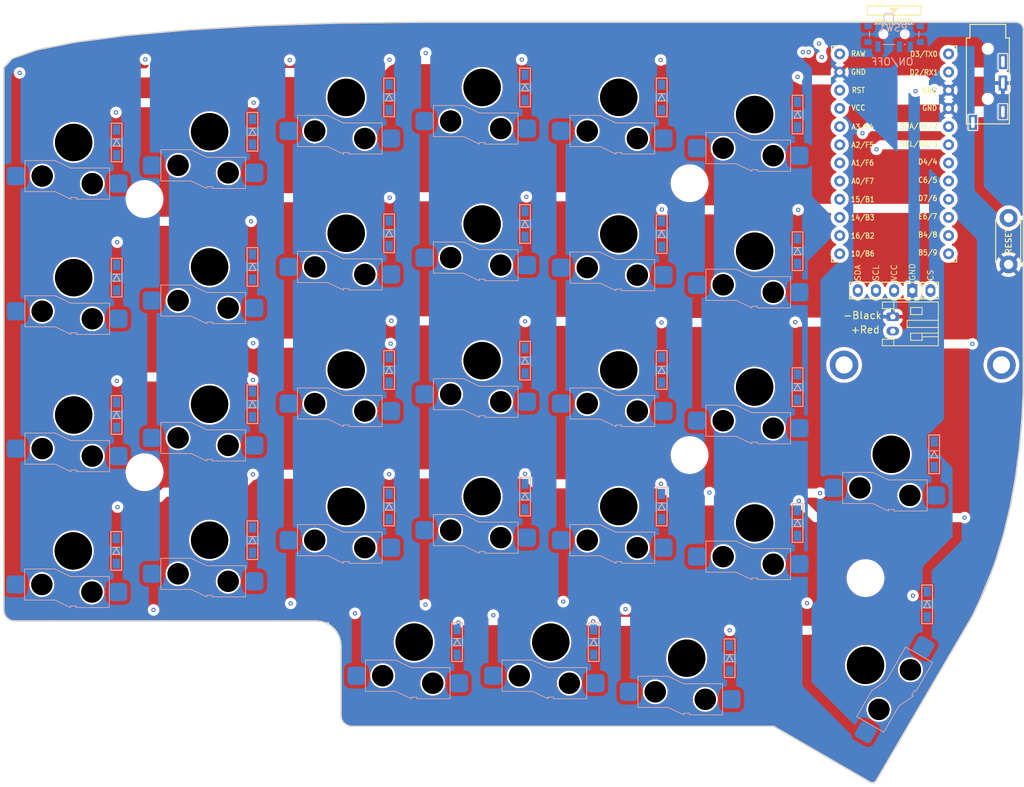
<source format=kicad_pcb>
(kicad_pcb (version 20240108) (generator "pcbnew") (generator_version "8.0")
  (layers (0 "F.Cu" signal) (31 "B.Cu" signal) (34 "B.Paste" user) (35 "F.Paste" user) (36 "B.SilkS" user "B.Silkscreen") (37 "F.SilkS" user "F.Silkscreen") (38 "B.Mask" user) (39 "F.Mask" user) (44 "Edge.Cuts" user))
  (net 0 "")
  (net 1 "Net-(D1-A)")
  (net 2 "row4")
  (net 3 "Net-(D2-A)")
  (net 4 "Net-(D3-A)")
  (net 5 "row0")
  (net 6 "Net-(D4-A)")
  (net 7 "row1")
  (net 8 "Net-(D5-A)")
  (net 9 "row2")
  (net 10 "Net-(D6-A)")
  (net 11 "row3")
  (net 12 "Net-(D7-A)")
  (net 13 "Net-(D8-A)")
  (net 14 "Net-(D9-A)")
  (net 15 "Net-(D10-A)")
  (net 16 "Net-(D11-A)")
  (net 17 "Net-(D12-A)")
  (net 18 "Net-(D13-A)")
  (net 19 "Net-(D14-A)")
  (net 20 "Net-(D15-A)")
  (net 21 "Net-(D16-A)")
  (net 22 "Net-(D17-A)")
  (net 23 "Net-(D18-A)")
  (net 24 "Net-(D19-A)")
  (net 25 "Net-(D20-A)")
  (net 26 "Net-(D21-A)")
  (net 27 "Net-(D22-A)")
  (net 28 "Net-(D23-A)")
  (net 29 "Net-(D24-A)")
  (net 30 "Net-(D25-A)")
  (net 31 "Net-(D26-A)")
  (net 32 "Net-(D27-A)")
  (net 33 "Net-(D28-A)")
  (net 34 "VCC")
  (net 35 "GND")
  (net 36 "col0")
  (net 37 "col1")
  (net 38 "col2")
  (net 39 "col3")
  (net 40 "col4")
  (net 41 "col5")
  (net 42 "SDA")
  (net 43 "SCL")
  (net 44 "RESET")
  (net 45 "Net-(D29-A)")
  (net 46 "DATA")
  (net 49 "+BATT")
  (net 53 "raw")
  (net 54 "CS")
  (footprint "Lily58-footprint:MJ-4PP-9" (layer "F.Cu") (at 164.2381 39.3)
    (property "Reference" "J2" (hide yes))
    (property "Value" "4PIN" (hide yes))
    (pad "" np_thru_hole circle (at 0 1.5) (size 1.2 1.2) (drill 1.2) (layers "*.Cu" "*.Mask" "F.SilkS"))
    (pad "" np_thru_hole circle (at 0 8.5) (size 1.2 1.2) (drill 1.2) (layers "*.Cu" "*.Mask" "F.SilkS"))
    (pad "1" thru_hole rect (at 2.1 10.3) (size 1.2 2.1) (drill oval 0.5 1.6) (layers "*.Cu" "B.Mask") (net 34 "VCC") (clearance 0.15))
    (pad "2" thru_hole rect (at 2.1 6.3) (size 1.2 2.1) (drill oval 0.5 1.6) (layers "*.Cu" "B.Mask") (net 35 "GND") (clearance 0.15))
    (pad "3" thru_hole rect (at 2.1 3.3) (size 1.2 2.1) (drill oval 0.5 1.6) (layers "*.Cu" "B.Mask") (net 46 "DATA") (clearance 0.15))
    (pad "4" thru_hole rect (at -2.1 11.8) (size 1.2 2.1) (drill oval 0.5 1.6) (layers "*.Cu" "B.Mask") (clearance 0.15))
  )
  (footprint "kbd:ProMicro_v3" (layer "F.Cu") (at 151.1381 56)
    (property "Reference" "U1" (hide yes))
    (property "Value" "ProMicro" (hide yes))
    (fp_text user "C6/5" (at 4.705 3.15 0) (layer "F.SilkS") (effects (font (size 0.75 0.67) (thickness 0.125))))
    (fp_text user "D2/RX1" (at 4.155 -11.9 0) (layer "F.SilkS") (effects (font (size 0.75 0.67) (thickness 0.125))))
    (fp_text user "B4/8" (at 4.705 10.8 0) (layer "F.SilkS") (effects (font (size 0.75 0.67) (thickness 0.125))))
    (fp_text user "A2/F5" (at -4.395 -1.75 0) (layer "F.SilkS") (effects (font (size 0.75 0.67) (thickness 0.125))))
    (fp_text user "VCC" (at -4.995 -6.95 0) (layer "F.SilkS") (effects (font (size 0.75 0.67) (thickness 0.125))))
    (fp_text user "E6/7" (at 4.705 8.25 0) (layer "F.SilkS") (effects (font (size 0.75 0.67) (thickness 0.125))))
    (fp_text user "D4/4" (at 4.705 0.6 0) (layer "F.SilkS") (effects (font (size 0.75 0.67) (thickness 0.125))))
    (fp_text user "GND" (at -4.995 -11.95 0) (layer "F.SilkS") (effects (font (size 0.75 0.67) (thickness 0.125))))
    (fp_text user "16/B2" (at -4.395 10.95 0) (layer "F.SilkS") (effects (font (size 0.75 0.67) (thickness 0.125))))
    (fp_text user "RST" (at -4.995 -9.4 0) (layer "F.SilkS") (effects (font (size 0.75 0.67) (thickness 0.125))))
    (fp_text user "GND" (at 4.955 -9.35 0) (layer "F.SilkS") (effects (font (size 0.75 0.67) (thickness 0.125))))
    (fp_text user "MicroUSB" (at -0.05 -18.95 0) (layer "F.SilkS") (effects (font (size 0.75 0.75) (thickness 0.12))))
    (fp_text user "D3/TX0" (at 4.155 -14.45 0) (layer "F.SilkS") (effects (font (size 0.75 0.67) (thickness 0.125))))
    (fp_text user "RAW" (at -4.995 -14.5 0) (layer "F.SilkS") (effects (font (size 0.75 0.67) (thickness 0.125))))
    (fp_text user "D7/6" (at 4.705 5.7 0) (layer "F.SilkS") (effects (font (size 0.75 0.67) (thickness 0.125))))
    (fp_text user "A1/F6" (at -4.395 0.75 0) (layer "F.SilkS") (effects (font (size 0.75 0.67) (thickness 0.125))))
    (fp_text user "SDA/D1/2" (at 3.455 -4.4 0) (layer "F.SilkS") (effects (font (size 0.75 0.67) (thickness 0.125))))
    (fp_text user "B5/9" (at 4.705 13.3 0) (layer "F.SilkS") (effects (font (size 0.75 0.67) (thickness 0.125))))
    (fp_text user "14/B3" (at -4.395 8.4 0) (layer "F.SilkS") (effects (font (size 0.75 0.67) (thickness 0.125))))
    (fp_text user "15/B1" (at -4.395 5.85 0) (layer "F.SilkS") (effects (font (size 0.75 0.67) (thickness 0.125))))
    (fp_text user "A3/F4" (at -4.395 -4.25 0) (layer "F.SilkS") (effects (font (size 0.75 0.67) (thickness 0.125))))
    (fp_text user "A0/F7" (at -4.395 3.3 0) (layer "F.SilkS") (effects (font (size 0.75 0.67) (thickness 0.125))))
    (fp_text user "GND" (at 4.955 -6.9 0) (layer "F.SilkS") (effects (font (size 0.75 0.67) (thickness 0.125))))
    (fp_text user "MicroUSB" (at -0.05 -18.95 0) (layer "F.SilkS") (effects (font (size 0.75 0.75) (thickness 0.12))))
    (fp_text user "10/B6" (at -4.395 13.45 0) (layer "F.SilkS") (effects (font (size 0.75 0.67) (thickness 0.125))))
    (fp_text user "SCL/D0/3" (at 3.455 -1.9 0) (layer "F.SilkS") (effects (font (size 0.75 0.67) (thickness 0.125))))
    (pad "1" thru_hole circle (at 7.6114 -14.478) (size 1.524 1.524) (drill 0.8128) (layers "*.Cu" "B.Mask") (net 54 "CS"))
    (pad "2" thru_hole circle (at 7.6114 -11.938) (size 1.524 1.524) (drill 0.8128) (layers "*.Cu" "B.Mask") (net 46 "DATA"))
    (pad "3" thru_hole circle (at 7.6114 -9.398) (size 1.524 1.524) (drill 0.8128) (layers "*.Cu" "B.Mask") (net 35 "GND"))
    (pad "4" thru_hole circle (at 7.6114 -6.858) (size 1.524 1.524) (drill 0.8128) (layers "*.Cu" "B.Mask") (net 35 "GND"))
    (pad "5" thru_hole circle (at 7.6114 -4.318) (size 1.524 1.524) (drill 0.8128) (layers "*.Cu" "B.Mask") (net 42 "SDA"))
    (pad "6" thru_hole circle (at 7.6114 -1.778) (size 1.524 1.524) (drill 0.8128) (layers "*.Cu" "B.Mask") (net 43 "SCL"))
    (pad "7" thru_hole circle (at 7.6114 0.762) (size 1.524 1.524) (drill 0.8128) (layers "*.Cu" "B.Mask"))
    (pad "8" thru_hole circle (at 7.6114 3.302) (size 1.524 1.524) (drill 0.8128) (layers "*.Cu" "B.Mask") (net 5 "row0"))
    (pad "9" thru_hole circle (at 7.6114 5.842) (size 1.524 1.524) (drill 0.8128) (layers "*.Cu" "B.Mask") (net 7 "row1"))
    (pad "10" thru_hole circle (at 7.6114 8.382) (size 1.524 1.524) (drill 0.8128) (layers "*.Cu" "B.Mask") (net 9 "row2"))
    (pad "11" thru_hole circle (at 7.6114 10.922) (size 1.524 1.524) (drill 0.8128) (layers "*.Cu" "B.Mask") (net 11 "row3"))
    (pad "12" thru_hole circle (at 7.6114 13.462) (size 1.524 1.524) (drill 0.8128) (layers "*.Cu" "B.Mask") (net 2 "row4"))
    (pad "13" thru_hole circle (at -7.6086 13.462) (size 1.524 1.524) (drill 0.8128) (layers "*.Cu" "B.Mask") (net 41 "col5"))
    (pad "14" thru_hole circle (at -7.6086 10.922) (size 1.524 1.524) (drill 0.8128) (layers "*.Cu" "B.Mask") (net 40 "col4"))
    (pad "15" thru_hole circle (at -7.6086 8.382) (size 1.524 1.524) (drill 0.8128) (layers "*.Cu" "B.Mask") (net 39 "col3"))
    (pad "16" thru_hole circle (at -7.6086 5.842) (size 1.524 1.524) (drill 0.8128) (layers "*.Cu" "B.Mask") (net 38 "col2"))
    (pad "17" thru_hole circle (at -7.6086 3.302) (size 1.524 1.524) (drill 0.8128) (layers "*.Cu" "B.Mask") (net 37 "col1"))
    (pad "18" thru_hole circle (at -7.6086 0.762) (size 1.524 1.524) (drill 0.8128) (layers "*.Cu" "B.Mask") (net 36 "col0"))
    (pad "19" thru_hole circle (at -7.6086 -1.778) (size 1.524 1.524) (drill 0.8128) (layers "*.Cu" "B.Mask"))
    (pad "20" thru_hole circle (at -7.6086 -4.318) (size 1.524 1.524) (drill 0.8128) (layers "*.Cu" "B.Mask"))
    (pad "21" thru_hole circle (at -7.6086 -6.858) (size 1.524 1.524) (drill 0.8128) (layers "*.Cu" "B.Mask") (net 34 "VCC"))
    (pad "22" thru_hole circle (at -7.6086 -9.398) (size 1.524 1.524) (drill 0.8128) (layers "*.Cu" "B.Mask") (net 44 "RESET"))
    (pad "23" thru_hole circle (at -7.6086 -11.938) (size 1.524 1.524) (drill 0.8128) (layers "*.Cu" "B.Mask") (net 35 "GND"))
    (pad "24" thru_hole circle (at -7.6086 -14.478) (size 1.524 1.524) (drill 0.8128) (layers "*.Cu" "B.Mask") (net 53 "raw"))
  )
  (footprint "Lily58-footprint:TACT_SWITCH_TVBP06" (layer "F.Cu") (at 167.1381 67.7 90)
    (property "Reference" "RSW1" (hide yes))
    (property "Value" "SW_RST" (hide yes))
    (fp_text user "RESET" (at 0 0 90) (layer "F.SilkS") (effects (font (size 0.8 0.8))))
    (pad "1" thru_hole circle (at -3.25 0 90) (size 2.5 2.5) (drill 1.3) (layers "*.Cu" "*.Mask") (net 35 "GND"))
    (pad "2" thru_hole circle (at 3.25 0 90) (size 2.5 2.5) (drill 1.3) (layers "*.Cu" "*.Mask") (net 44 "RESET"))
  )
  (footprint "beekeeb-lib:SW_Gateron_LowProfile_HotSwap" (layer "F.Cu") (at 131.6381 50)
    (property "Reference" "SW1" (hide yes))
    (property "Value" "SW_PUSH" (hide yes))
    (pad "" np_thru_hole circle (at -4.4 4.7) (size 3 3) (drill 3) (layers "*.Mask"))
    (pad "" np_thru_hole circle (at 0 0) (size 5.25 5.25) (drill 5.25) (layers "*.Mask"))
    (pad "" np_thru_hole circle (at 2.6 5.75) (size 3 3) (drill 3) (layers "*.Mask"))
    (pad "1" smd roundrect (at -8.075 4.7) (size 2.5 2.55) (layers "B.Cu" "B.Paste" "B.Mask") (roundrect_rratio 0.2) (net 41 "col5"))
    (pad "2" smd roundrect (at 6.275 5.75) (size 2.5 2.55) (layers "B.Cu" "B.Paste" "B.Mask") (roundrect_rratio 0.2) (net 1 "Net-(D1-A)"))
  )
  (footprint "beekeeb-lib:SW_Gateron_LowProfile_HotSwap" (layer "F.Cu") (at 112.6381 47.6)
    (property "Reference" "SW2" (hide yes))
    (property "Value" "SW_PUSH" (hide yes))
    (pad "" np_thru_hole circle (at -4.4 4.7) (size 3 3) (drill 3) (layers "*.Mask"))
    (pad "" np_thru_hole circle (at 0 0) (size 5.25 5.25) (drill 5.25) (layers "*.Mask"))
    (pad "" np_thru_hole circle (at 2.6 5.75) (size 3 3) (drill 3) (layers "*.Mask"))
    (pad "1" smd roundrect (at -8.075 4.7) (size 2.5 2.55) (layers "B.Cu" "B.Paste" "B.Mask") (roundrect_rratio 0.2) (net 40 "col4"))
    (pad "2" smd roundrect (at 6.275 5.75) (size 2.5 2.55) (layers "B.Cu" "B.Paste" "B.Mask") (roundrect_rratio 0.2) (net 3 "Net-(D2-A)"))
  )
  (footprint "beekeeb-lib:SW_Gateron_LowProfile_HotSwap" (layer "F.Cu") (at 93.5381 46.21)
    (property "Reference" "SW3" (hide yes))
    (property "Value" "SW_PUSH" (hide yes))
    (pad "" np_thru_hole circle (at -4.4 4.7) (size 3 3) (drill 3) (layers "*.Mask"))
    (pad "" np_thru_hole circle (at 0 0) (size 5.25 5.25) (drill 5.25) (layers "*.Mask"))
    (pad "" np_thru_hole circle (at 2.6 5.75) (size 3 3) (drill 3) (layers "*.Mask"))
    (pad "1" smd roundrect (at -8.075 4.7) (size 2.5 2.55) (layers "B.Cu" "B.Paste" "B.Mask") (roundrect_rratio 0.2) (net 39 "col3"))
    (pad "2" smd roundrect (at 6.275 5.75) (size 2.5 2.55) (layers "B.Cu" "B.Paste" "B.Mask") (roundrect_rratio 0.2) (net 4 "Net-(D3-A)"))
  )
  (footprint "beekeeb-lib:SW_Gateron_LowProfile_HotSwap" (layer "F.Cu") (at 74.5381 47.6)
    (property "Reference" "SW4" (hide yes))
    (property "Value" "SW_PUSH" (hide yes))
    (pad "" np_thru_hole circle (at -4.4 4.7) (size 3 3) (drill 3) (layers "*.Mask"))
    (pad "" np_thru_hole circle (at 0 0) (size 5.25 5.25) (drill 5.25) (layers "*.Mask"))
    (pad "" np_thru_hole circle (at 2.6 5.75) (size 3 3) (drill 3) (layers "*.Mask"))
    (pad "1" smd roundrect (at -8.075 4.7) (size 2.5 2.55) (layers "B.Cu" "B.Paste" "B.Mask") (roundrect_rratio 0.2) (net 38 "col2"))
    (pad "2" smd roundrect (at 6.275 5.75) (size 2.5 2.55) (layers "B.Cu" "B.Paste" "B.Mask") (roundrect_rratio 0.2) (net 6 "Net-(D4-A)"))
  )
  (footprint "beekeeb-lib:SW_Gateron_LowProfile_HotSwap" (layer "F.Cu") (at 55.4381 52.4)
    (property "Reference" "SW5" (hide yes))
    (property "Value" "SW_PUSH" (hide yes))
    (pad "" np_thru_hole circle (at -4.4 4.7) (size 3 3) (drill 3) (layers "*.Mask"))
    (pad "" np_thru_hole circle (at 0 0) (size 5.25 5.25) (drill 5.25) (layers "*.Mask"))
    (pad "" np_thru_hole circle (at 2.6 5.75) (size 3 3) (drill 3) (layers "*.Mask"))
    (pad "1" smd roundrect (at -8.075 4.7) (size 2.5 2.55) (layers "B.Cu" "B.Paste" "B.Mask") (roundrect_rratio 0.2) (net 37 "col1"))
    (pad "2" smd roundrect (at 6.275 5.75) (size 2.5 2.55) (layers "B.Cu" "B.Paste" "B.Mask") (roundrect_rratio 0.2) (net 8 "Net-(D5-A)"))
  )
  (footprint "beekeeb-lib:SW_Gateron_LowProfile_HotSwap" (layer "F.Cu") (at 36.4381 53.9)
    (property "Reference" "SW6" (hide yes))
    (property "Value" "SW_PUSH" (hide yes))
    (pad "" np_thru_hole circle (at -4.4 4.7) (size 3 3) (drill 3) (layers "*.Mask"))
    (pad "" np_thru_hole circle (at 0 0) (size 5.25 5.25) (drill 5.25) (layers "*.Mask"))
    (pad "" np_thru_hole circle (at 2.6 5.75) (size 3 3) (drill 3) (layers "*.Mask"))
    (pad "1" smd roundrect (at -8.075 4.7) (size 2.5 2.55) (layers "B.Cu" "B.Paste" "B.Mask") (roundrect_rratio 0.2) (net 36 "col0"))
    (pad "2" smd roundrect (at 6.275 5.75) (size 2.5 2.55) (layers "B.Cu" "B.Paste" "B.Mask") (roundrect_rratio 0.2) (net 10 "Net-(D6-A)"))
  )
  (footprint "beekeeb-lib:SW_Gateron_LowProfile_HotSwap" (layer "F.Cu") (at 131.6381 69.1)
    (property "Reference" "SW7" (hide yes))
    (property "Value" "SW_PUSH" (hide yes))
    (pad "" np_thru_hole circle (at -4.4 4.7) (size 3 3) (drill 3) (layers "*.Mask"))
    (pad "" np_thru_hole circle (at 0 0) (size 5.25 5.25) (drill 5.25) (layers "*.Mask"))
    (pad "" np_thru_hole circle (at 2.6 5.75) (size 3 3) (drill 3) (layers "*.Mask"))
    (pad "1" smd roundrect (at -8.075 4.7) (size 2.5 2.55) (layers "B.Cu" "B.Paste" "B.Mask") (roundrect_rratio 0.2) (net 41 "col5"))
    (pad "2" smd roundrect (at 6.275 5.75) (size 2.5 2.55) (layers "B.Cu" "B.Paste" "B.Mask") (roundrect_rratio 0.2) (net 12 "Net-(D7-A)"))
  )
  (footprint "beekeeb-lib:SW_Gateron_LowProfile_HotSwap" (layer "F.Cu") (at 112.6381 66.7)
    (property "Reference" "SW8" (hide yes))
    (property "Value" "SW_PUSH" (hide yes))
    (pad "" np_thru_hole circle (at -4.4 4.7) (size 3 3) (drill 3) (layers "*.Mask"))
    (pad "" np_thru_hole circle (at 0 0) (size 5.25 5.25) (drill 5.25) (layers "*.Mask"))
    (pad "" np_thru_hole circle (at 2.6 5.75) (size 3 3) (drill 3) (layers "*.Mask"))
    (pad "1" smd roundrect (at -8.075 4.7) (size 2.5 2.55) (layers "B.Cu" "B.Paste" "B.Mask") (roundrect_rratio 0.2) (net 40 "col4"))
    (pad "2" smd roundrect (at 6.275 5.75) (size 2.5 2.55) (layers "B.Cu" "B.Paste" "B.Mask") (roundrect_rratio 0.2) (net 13 "Net-(D8-A)"))
  )
  (footprint "beekeeb-lib:SW_Gateron_LowProfile_HotSwap" (layer "F.Cu") (at 93.5381 65.3)
    (property "Reference" "SW9" (hide yes))
    (property "Value" "SW_PUSH" (hide yes))
    (pad "" np_thru_hole circle (at -4.4 4.7) (size 3 3) (drill 3) (layers "*.Mask"))
    (pad "" np_thru_hole circle (at 0 0) (size 5.25 5.25) (drill 5.25) (layers "*.Mask"))
    (pad "" np_thru_hole circle (at 2.6 5.75) (size 3 3) (drill 3) (layers "*.Mask"))
    (pad "1" smd roundrect (at -8.075 4.7) (size 2.5 2.55) (layers "B.Cu" "B.Paste" "B.Mask") (roundrect_rratio 0.2) (net 39 "col3"))
    (pad "2" smd roundrect (at 6.275 5.75) (size 2.5 2.55) (layers "B.Cu" "B.Paste" "B.Mask") (roundrect_rratio 0.2) (net 14 "Net-(D9-A)"))
  )
  (footprint "beekeeb-lib:SW_Gateron_LowProfile_HotSwap" (layer "F.Cu") (at 74.5381 66.6)
    (property "Reference" "SW10" (hide yes))
    (property "Value" "SW_PUSH" (hide yes))
    (pad "" np_thru_hole circle (at -4.4 4.7) (size 3 3) (drill 3) (layers "*.Mask"))
    (pad "" np_thru_hole circle (at 0 0) (size 5.25 5.25) (drill 5.25) (layers "*.Mask"))
    (pad "" np_thru_hole circle (at 2.6 5.75) (size 3 3) (drill 3) (layers "*.Mask"))
    (pad "1" smd roundrect (at -8.075 4.7) (size 2.5 2.55) (layers "B.Cu" "B.Paste" "B.Mask") (roundrect_rratio 0.2) (net 38 "col2"))
    (pad "2" smd roundrect (at 6.275 5.75) (size 2.5 2.55) (layers "B.Cu" "B.Paste" "B.Mask") (roundrect_rratio 0.2) (net 15 "Net-(D10-A)"))
  )
  (footprint "beekeeb-lib:SW_Gateron_LowProfile_HotSwap" (layer "F.Cu") (at 55.4381 71.3)
    (property "Reference" "SW11" (hide yes))
    (property "Value" "SW_PUSH" (hide yes))
    (pad "" np_thru_hole circle (at -4.4 4.7) (size 3 3) (drill 3) (layers "*.Mask"))
    (pad "" np_thru_hole circle (at 0 0) (size 5.25 5.25) (drill 5.25) (layers "*.Mask"))
    (pad "" np_thru_hole circle (at 2.6 5.75) (size 3 3) (drill 3) (layers "*.Mask"))
    (pad "1" smd roundrect (at -8.075 4.7) (size 2.5 2.55) (layers "B.Cu" "B.Paste" "B.Mask") (roundrect_rratio 0.2) (net 37 "col1"))
    (pad "2" smd roundrect (at 6.275 5.75) (size 2.5 2.55) (layers "B.Cu" "B.Paste" "B.Mask") (roundrect_rratio 0.2) (net 16 "Net-(D11-A)"))
  )
  (footprint "beekeeb-lib:SW_Gateron_LowProfile_HotSwap" (layer "F.Cu") (at 36.4381 72.8)
    (property "Reference" "SW12" (hide yes))
    (property "Value" "SW_PUSH" (hide yes))
    (pad "" np_thru_hole circle (at -4.4 4.7) (size 3 3) (drill 3) (layers "*.Mask"))
    (pad "" np_thru_hole circle (at 0 0) (size 5.25 5.25) (drill 5.25) (layers "*.Mask"))
    (pad "" np_thru_hole circle (at 2.6 5.75) (size 3 3) (drill 3) (layers "*.Mask"))
    (pad "1" smd roundrect (at -8.075 4.7) (size 2.5 2.55) (layers "B.Cu" "B.Paste" "B.Mask") (roundrect_rratio 0.2) (net 36 "col0"))
    (pad "2" smd roundrect (at 6.275 5.75) (size 2.5 2.55) (layers "B.Cu" "B.Paste" "B.Mask") (roundrect_rratio 0.2) (net 17 "Net-(D12-A)"))
  )
  (footprint "beekeeb-lib:SW_Gateron_LowProfile_HotSwap" (layer "F.Cu") (at 131.6381 88.1)
    (property "Reference" "SW13" (hide yes))
    (property "Value" "SW_PUSH" (hide yes))
    (pad "" np_thru_hole circle (at -4.4 4.7) (size 3 3) (drill 3) (layers "*.Mask"))
    (pad "" np_thru_hole circle (at 0 0) (size 5.25 5.25) (drill 5.25) (layers "*.Mask"))
    (pad "" np_thru_hole circle (at 2.6 5.75) (size 3 3) (drill 3) (layers "*.Mask"))
    (pad "1" smd roundrect (at -8.075 4.7) (size 2.5 2.55) (layers "B.Cu" "B.Paste" "B.Mask") (roundrect_rratio 0.2) (net 41 "col5"))
    (pad "2" smd roundrect (at 6.275 5.75) (size 2.5 2.55) (layers "B.Cu" "B.Paste" "B.Mask") (roundrect_rratio 0.2) (net 18 "Net-(D13-A)"))
  )
  (footprint "beekeeb-lib:SW_Gateron_LowProfile_HotSwap" (layer "F.Cu") (at 112.6381 85.7)
    (property "Reference" "SW14" (hide yes))
    (property "Value" "SW_PUSH" (hide yes))
    (pad "" np_thru_hole circle (at -4.4 4.7) (size 3 3) (drill 3) (layers "*.Mask"))
    (pad "" np_thru_hole circle (at 0 0) (size 5.25 5.25) (drill 5.25) (layers "*.Mask"))
    (pad "" np_thru_hole circle (at 2.6 5.75) (size 3 3) (drill 3) (layers "*.Mask"))
    (pad "1" smd roundrect (at -8.075 4.7) (size 2.5 2.55) (layers "B.Cu" "B.Paste" "B.Mask") (roundrect_rratio 0.2) (net 40 "col4"))
    (pad "2" smd roundrect (at 6.275 5.75) (size 2.5 2.55) (layers "B.Cu" "B.Paste" "B.Mask") (roundrect_rratio 0.2) (net 19 "Net-(D14-A)"))
  )
  (footprint "beekeeb-lib:SW_Gateron_LowProfile_HotSwap" (layer "F.Cu") (at 93.5381 84.4)
    (property "Reference" "SW15" (hide yes))
    (property "Value" "SW_PUSH" (hide yes))
    (pad "" np_thru_hole circle (at -4.4 4.7) (size 3 3) (drill 3) (layers "*.Mask"))
    (pad "" np_thru_hole circle (at 0 0) (size 5.25 5.25) (drill 5.25) (layers "*.Mask"))
    (pad "" np_thru_hole circle (at 2.6 5.75) (size 3 3) (drill 3) (layers "*.Mask"))
    (pad "1" smd roundrect (at -8.075 4.7) (size 2.5 2.55) (layers "B.Cu" "B.Paste" "B.Mask") (roundrect_rratio 0.2) (net 39 "col3"))
    (pad "2" smd roundrect (at 6.275 5.75) (size 2.5 2.55) (layers "B.Cu" "B.Paste" "B.Mask") (roundrect_rratio 0.2) (net 20 "Net-(D15-A)"))
  )
  (footprint "beekeeb-lib:SW_Gateron_LowProfile_HotSwap" (layer "F.Cu") (at 74.5381 85.7)
    (property "Reference" "SW16" (hide yes))
    (property "Value" "SW_PUSH" (hide yes))
    (pad "" np_thru_hole circle (at -4.4 4.7) (size 3 3) (drill 3) (layers "*.Mask"))
    (pad "" np_thru_hole circle (at 0 0) (size 5.25 5.25) (drill 5.25) (layers "*.Mask"))
    (pad "" np_thru_hole circle (at 2.6 5.75) (size 3 3) (drill 3) (layers "*.Mask"))
    (pad "1" smd roundrect (at -8.075 4.7) (size 2.5 2.55) (layers "B.Cu" "B.Paste" "B.Mask") (roundrect_rratio 0.2) (net 38 "col2"))
    (pad "2" smd roundrect (at 6.275 5.75) (size 2.5 2.55) (layers "B.Cu" "B.Paste" "B.Mask") (roundrect_rratio 0.2) (net 21 "Net-(D16-A)"))
  )
  (footprint "beekeeb-lib:SW_Gateron_LowProfile_HotSwap" (layer "F.Cu") (at 55.4381 90.5)
    (property "Reference" "SW17" (hide yes))
    (property "Value" "SW_PUSH" (hide yes))
    (pad "" np_thru_hole circle (at -4.4 4.7) (size 3 3) (drill 3) (layers "*.Mask"))
    (pad "" np_thru_hole circle (at 0 0) (size 5.25 5.25) (drill 5.25) (layers "*.Mask"))
    (pad "" np_thru_hole circle (at 2.6 5.75) (size 3 3) (drill 3) (layers "*.Mask"))
    (pad "1" smd roundrect (at -8.075 4.7) (size 2.5 2.55) (layers "B.Cu" "B.Paste" "B.Mask") (roundrect_rratio 0.2) (net 37 "col1"))
    (pad "2" smd roundrect (at 6.275 5.75) (size 2.5 2.55) (layers "B.Cu" "B.Paste" "B.Mask") (roundrect_rratio 0.2) (net 22 "Net-(D17-A)"))
  )
  (footprint "beekeeb-lib:SW_Gateron_LowProfile_HotSwap" (layer "F.Cu") (at 36.4381 92)
    (property "Reference" "SW18" (hide yes))
    (property "Value" "SW_PUSH" (hide yes))
    (pad "" np_thru_hole circle (at -4.4 4.7) (size 3 3) (drill 3) (layers "*.Mask"))
    (pad "" np_thru_hole circle (at 0 0) (size 5.25 5.25) (drill 5.25) (layers "*.Mask"))
    (pad "" np_thru_hole circle (at 2.6 5.75) (size 3 3) (drill 3) (layers "*.Mask"))
    (pad "1" smd roundrect (at -8.075 4.7) (size 2.5 2.55) (layers "B.Cu" "B.Paste" "B.Mask") (roundrect_rratio 0.2) (net 36 "col0"))
    (pad "2" smd roundrect (at 6.275 5.75) (size 2.5 2.55) (layers "B.Cu" "B.Paste" "B.Mask") (roundrect_rratio 0.2) (net 23 "Net-(D18-A)"))
  )
  (footprint "beekeeb-lib:SW_Gateron_LowProfile_HotSwap" (layer "F.Cu") (at 131.6381 107.1)
    (property "Reference" "SW19" (hide yes))
    (property "Value" "SW_PUSH" (hide yes))
    (pad "" np_thru_hole circle (at -4.4 4.7) (size 3 3) (drill 3) (layers "*.Mask"))
    (pad "" np_thru_hole circle (at 0 0) (size 5.25 5.25) (drill 5.25) (layers "*.Mask"))
    (pad "" np_thru_hole circle (at 2.6 5.75) (size 3 3) (drill 3) (layers "*.Mask"))
    (pad "1" smd roundrect (at -8.075 4.7) (size 2.5 2.55) (layers "B.Cu" "B.Paste" "B.Mask") (roundrect_rratio 0.2) (net 41 "col5"))
    (pad "2" smd roundrect (at 6.275 5.75) (size 2.5 2.55) (layers "B.Cu" "B.Paste" "B.Mask") (roundrect_rratio 0.2) (net 24 "Net-(D19-A)"))
  )
  (footprint "beekeeb-lib:SW_Gateron_LowProfile_HotSwap" (layer "F.Cu") (at 112.6381 104.8)
    (property "Reference" "SW20" (hide yes))
    (property "Value" "SW_PUSH" (hide yes))
    (pad "" np_thru_hole circle (at -4.4 4.7) (size 3 3) (drill 3) (layers "*.Mask"))
    (pad "" np_thru_hole circle (at 0 0) (size 5.25 5.25) (drill 5.25) (layers "*.Mask"))
    (pad "" np_thru_hole circle (at 2.6 5.75) (size 3 3) (drill 3) (layers "*.Mask"))
    (pad "1" smd roundrect (at -8.075 4.7) (size 2.5 2.55) (layers "B.Cu" "B.Paste" "B.Mask") (roundrect_rratio 0.2) (net 40 "col4"))
    (pad "2" smd roundrect (at 6.275 5.75) (size 2.5 2.55) (layers "B.Cu" "B.Paste" "B.Mask") (roundrect_rratio 0.2) (net 25 "Net-(D20-A)"))
  )
  (footprint "beekeeb-lib:SW_Gateron_LowProfile_HotSwap" (layer "F.Cu") (at 93.5381 103.4)
    (property "Reference" "SW21" (hide yes))
    (property "Value" "SW_PUSH" (hide yes))
    (pad "" np_thru_hole circle (at -4.4 4.7) (size 3 3) (drill 3) (layers "*.Mask"))
    (pad "" np_thru_hole circle (at 0 0) (size 5.25 5.25) (drill 5.25) (layers "*.Mask"))
    (pad "" np_thru_hole circle (at 2.6 5.75) (size 3 3) (drill 3) (layers "*.Mask"))
    (pad "1" smd roundrect (at -8.075 4.7) (size 2.5 2.55) (layers "B.Cu" "B.Paste" "B.Mask") (roundrect_rratio 0.2) (net 39 "col3"))
    (pad "2" smd roundrect (at 6.275 5.75) (size 2.5 2.55) (layers "B.Cu" "B.Paste" "B.Mask") (roundrect_rratio 0.2) (net 26 "Net-(D21-A)"))
  )
  (footprint "beekeeb-lib:SW_Gateron_LowProfile_HotSwap" (layer "F.Cu") (at 74.5381 104.8)
    (property "Reference" "SW22" (hide yes))
    (property "Value" "SW_PUSH" (hide yes))
    (pad "" np_thru_hole circle (at -4.4 4.7) (size 3 3) (drill 3) (layers "*.Mask"))
    (pad "" np_thru_hole circle (at 0 0) (size 5.25 5.25) (drill 5.25) (layers "*.Mask"))
    (pad "" np_thru_hole circle (at 2.6 5.75) (size 3 3) (drill 3) (layers "*.Mask"))
    (pad "1" smd roundrect (at -8.075 4.7) (size 2.5 2.55) (layers "B.Cu" "B.Paste" "B.Mask") (roundrect_rratio 0.2) (net 38 "col2"))
    (pad "2" smd roundrect (at 6.275 5.75) (size 2.5 2.55) (layers "B.Cu" "B.Paste" "B.Mask") (roundrect_rratio 0.2) (net 27 "Net-(D22-A)"))
  )
  (footprint "beekeeb-lib:SW_Gateron_LowProfile_HotSwap" (layer "F.Cu") (at 55.4381 109.5)
    (property "Reference" "SW23" (hide yes))
    (property "Value" "SW_PUSH" (hide yes))
    (pad "" np_thru_hole circle (at -4.4 4.7) (size 3 3) (drill 3) (layers "*.Mask"))
    (pad "" np_thru_hole circle (at 0 0) (size 5.25 5.25) (drill 5.25) (layers "*.Mask"))
    (pad "" np_thru_hole circle (at 2.6 5.75) (size 3 3) (drill 3) (layers "*.Mask"))
    (pad "1" smd roundrect (at -8.075 4.7) (size 2.5 2.55) (layers "B.Cu" "B.Paste" "B.Mask") (roundrect_rratio 0.2) (net 37 "col1"))
    (pad "2" smd roundrect (at 6.275 5.75) (size 2.5 2.55) (layers "B.Cu" "B.Paste" "B.Mask") (roundrect_rratio 0.2) (net 28 "Net-(D23-A)"))
  )
  (footprint "beekeeb-lib:SW_Gateron_LowProfile_HotSwap" (layer "F.Cu") (at 36.3881 111)
    (property "Reference" "SW24" (hide yes))
    (property "Value" "SW_PUSH" (hide yes))
    (pad "" np_thru_hole circle (at -4.4 4.7) (size 3 3) (drill 3) (layers "*.Mask"))
    (pad "" np_thru_hole circle (at 0 0) (size 5.25 5.25) (drill 5.25) (layers "*.Mask"))
    (pad "" np_thru_hole circle (at 2.6 5.75) (size 3 3) (drill 3) (layers "*.Mask"))
    (pad "1" smd roundrect (at -8.075 4.7) (size 2.5 2.55) (layers "B.Cu" "B.Paste" "B.Mask") (roundrect_rratio 0.2) (net 36 "col0"))
    (pad "2" smd roundrect (at 6.275 5.75) (size 2.5 2.55) (layers "B.Cu" "B.Paste" "B.Mask") (roundrect_rratio 0.2) (net 29 "Net-(D24-A)"))
  )
  (footprint "beekeeb-lib:SW_Gateron_LowProfile_HotSwap" (layer "F.Cu") (at 150.7381 97.5)
    (property "Reference" "SW25" (hide yes))
    (property "Value" "SW_PUSH" (hide yes))
    (pad "" np_thru_hole circle (at -4.4 4.7) (size 3 3) (drill 3) (layers "*.Mask"))
    (pad "" np_thru_hole circle (at 0 0) (size 5.25 5.25) (drill 5.25) (layers "*.Mask"))
    (pad "" np_thru_hole circle (at 2.6 5.75) (size 3 3) (drill 3) (layers "*.Mask"))
    (pad "1" smd roundrect (at -8.075 4.7) (size 2.5 2.55) (layers "B.Cu" "B.Paste" "B.Mask") (roundrect_rratio 0.2) (net 41 "col5"))
    (pad "2" smd roundrect (at 6.275 5.75) (size 2.5 2.55) (layers "B.Cu" "B.Paste" "B.Mask") (roundrect_rratio 0.2) (net 30 "Net-(D25-A)"))
  )
  (footprint "beekeeb-lib:SW_Gateron_LowProfile_HotSwap" (layer "F.Cu") (at 147.1381 127 60)
    (property "Reference" "SW26" (hide yes))
    (property "Value" "SW_PUSH" (hide yes))
    (pad "" np_thru_hole circle (at -4.4 4.7 60) (size 3 3) (drill 3) (layers "*.Mask"))
    (pad "" np_thru_hole circle (at 0 0 60) (size 5.25 5.25) (drill 5.25) (layers "*.Mask"))
    (pad "" np_thru_hole circle (at 2.6 5.75 60) (size 3 3) (drill 3) (layers "*.Mask"))
    (pad "1" smd roundrect (at -8.075 4.7 60) (size 2.5 2.55) (layers "B.Cu" "B.Paste" "B.Mask") (roundrect_rratio 0.2) (net 40 "col4"))
    (pad "2" smd roundrect (at 6.275 5.75 60) (size 2.5 2.55) (layers "B.Cu" "B.Paste" "B.Mask") (roundrect_rratio 0.2) (net 31 "Net-(D26-A)"))
  )
  (footprint "beekeeb-lib:SW_Gateron_LowProfile_HotSwap" (layer "F.Cu") (at 122.1381 126)
    (property "Reference" "SW27" (hide yes))
    (property "Value" "SW_PUSH" (hide yes))
    (pad "" np_thru_hole circle (at -4.4 4.7) (size 3 3) (drill 3) (layers "*.Mask"))
    (pad "" np_thru_hole circle (at 0 0) (size 5.25 5.25) (drill 5.25) (layers "*.Mask"))
    (pad "" np_thru_hole circle (at 2.6 5.75) (size 3 3) (drill 3) (layers "*.Mask"))
    (pad "1" smd roundrect (at -8.075 4.7) (size 2.5 2.55) (layers "B.Cu" "B.Paste" "B.Mask") (roundrect_rratio 0.2) (net 39 "col3"))
    (pad "2" smd roundrect (at 6.275 5.75) (size 2.5 2.55) (layers "B.Cu" "B.Paste" "B.Mask") (roundrect_rratio 0.2) (net 32 "Net-(D27-A)"))
  )
  (footprint "beekeeb-lib:SW_Gateron_LowProfile_HotSwap" (layer "F.Cu") (at 103.1381 123.75)
    (property "Reference" "SW28" (hide yes))
    (property "Value" "SW_PUSH" (hide yes))
    (pad "" np_thru_hole circle (at -4.4 4.7) (size 3 3) (drill 3) (layers "*.Mask"))
    (pad "" np_thru_hole circle (at 0 0) (size 5.25 5.25) (drill 5.25) (layers "*.Mask"))
    (pad "" np_thru_hole circle (at 2.6 5.75) (size 3 3) (drill 3) (layers "*.Mask"))
    (pad "1" smd roundrect (at -8.075 4.7) (size 2.5 2.55) (layers "B.Cu" "B.Paste" "B.Mask") (roundrect_rratio 0.2) (net 38 "col2"))
    (pad "2" smd roundrect (at 6.275 5.75) (size 2.5 2.55) (layers "B.Cu" "B.Paste" "B.Mask") (roundrect_rratio 0.2) (net 33 "Net-(D28-A)"))
  )
  (footprint "beekeeb-lib:SW_Gateron_LowProfile_HotSwap" (layer "F.Cu") (at 84.0381 123.75)
    (property "Reference" "SW29" (hide yes))
    (property "Value" "SW_PUSH" (hide yes))
    (pad "" np_thru_hole circle (at -4.4 4.7) (size 3 3) (drill 3) (layers "*.Mask"))
    (pad "" np_thru_hole circle (at 0 0) (size 5.25 5.25) (drill 5.25) (layers "*.Mask"))
    (pad "" np_thru_hole circle (at 2.6 5.75) (size 3 3) (drill 3) (layers "*.Mask"))
    (pad "1" smd roundrect (at -8.075 4.7) (size 2.5 2.55) (layers "B.Cu" "B.Paste" "B.Mask") (roundrect_rratio 0.2) (net 37 "col1"))
    (pad "2" smd roundrect (at 6.275 5.75) (size 2.5 2.55) (layers "B.Cu" "B.Paste" "B.Mask") (roundrect_rratio 0.2) (net 45 "Net-(D29-A)"))
  )
  (footprint "beekeeb-lib:nice_view_1side" (layer "F.Cu") (at 146.0581 74.6)
    (property "Reference" "J3")
    (property "Value" "OLED" (hide yes))
    (fp_text user "SCL" (at 2.54 -1.3 90) (layer "F.SilkS") (effects (font (size 0.8 0.8) (thickness 0.1)) (justify left)))
    (fp_text user "SDA" (at 0 -1.3 90) (layer "F.SilkS") (effects (font (size 0.8 0.8) (thickness 0.1)) (justify left)))
    (fp_text user "GND" (at 7.62 -1.3 90) (layer "F.SilkS") (effects (font (size 0.8 0.8) (thickness 0.1)) (justify left)))
    (fp_text user "CS" (at 10.16 -1.3 90) (layer "F.SilkS") (effects (font (size 0.8 0.8) (thickness 0.1)) (justify left)))
    (fp_text user "VCC" (at 5.08 -1.3 90) (layer "F.SilkS") (effects (font (size 0.8 0.8) (thickness 0.1)) (justify left)))
    (pad "1" thru_hole oval (at 0 0) (size 1.397 1.778) (drill 0.8128) (layers "*.Cu" "B.Mask") (net 42 "SDA"))
    (pad "2" thru_hole oval (at 2.54 0) (size 1.397 1.778) (drill 0.8128) (layers "*.Cu" "B.Mask") (net 43 "SCL"))
    (pad "3" thru_hole oval (at 5.08 0) (size 1.397 1.778) (drill 0.8128) (layers "*.Cu" "B.Mask") (net 34 "VCC"))
    (pad "4" thru_hole rect (at 7.62 0) (size 1.397 1.778) (drill 0.8128) (layers "*.Cu" "B.Mask") (net 35 "GND"))
    (pad "5" thru_hole oval (at 10.16 0) (size 1.397 1.778) (drill 0.8128) (layers "*.Cu" "B.Mask") (net 54 "CS"))
  )
  (footprint "beekeeb-lib:JST_PH_S2B-PH-K_1x02_P2.00mm_Horizontal" (layer "F.Cu") (at 150.9522 80.264 90)
    (property "Reference" "BATJ1" (hide yes))
    (property "Value" "Conn_01x02_Female")
    (pad "1" thru_hole oval (at 0 0 90) (size 1.2 1.75) (drill 0.75) (layers "*.Cu" "*.Mask") (net 49 "+BATT"))
    (pad "2" thru_hole roundrect (at 2 0 90) (size 1.2 1.75) (drill 0.75) (layers "*.Cu" "*.Mask") (net 35 "GND"))
  )
  (footprint "Lily58-footprint:HOLE_M2_TH" (layer "B.Cu") (at 122.5381 59.6 180)
    (property "Reference" "TH3" (hide yes))
    (property "Value" "HOLE" (hide yes))
    (pad "" np_thru_hole circle (at 0 0 90) (size 4.7 4.7) (drill 4.7) (layers "F&B.Cu" "*.Mask") (clearance 0.3))
  )
  (footprint "Lily58-footprint:HOLE_M2_TH" (layer "B.Cu") (at 46.3381 61.8 180)
    (property "Reference" "TH4" (hide yes))
    (property "Value" "HOLE" (hide yes))
    (pad "" np_thru_hole circle (at 0 0 90) (size 4.7 4.7) (drill 4.7) (layers "F&B.Cu" "*.Mask") (clearance 0.3))
  )
  (footprint "Lily58-footprint:HOLE_M2_TH" (layer "B.Cu") (at 122.5381 97.6 180)
    (property "Reference" "TH5" (hide yes))
    (property "Value" "HOLE" (hide yes))
    (pad "" np_thru_hole circle (at 0 0 90) (size 4.7 4.7) (drill 4.7) (layers "F&B.Cu" "*.Mask") (clearance 0.3))
  )
  (footprint "Lily58-footprint:HOLE_M2_TH" (layer "B.Cu") (at 46.3381 100 180)
    (property "Reference" "TH6" (hide yes))
    (property "Value" "HOLE" (hide yes))
    (pad "" np_thru_hole circle (at 0 0 90) (size 4.7 4.7) (drill 4.7) (layers "F&B.Cu" "*.Mask") (clearance 0.3))
  )
  (footprint "Lily58-footprint:HOLE_M2_TH" (layer "B.Cu") (at 147.1381 114.8 90)
    (property "Reference" "TH7" (hide yes))
    (property "Value" "HOLE" (hide yes))
    (pad "" np_thru_hole circle (at 0 0) (size 4.7 4.7) (drill 4.7) (layers "F&B.Cu" "*.Mask") (clearance 0.3))
  )
  (footprint "kbd:D3_SMD_v2" (layer "B.Cu") (at 137.6381 50 -90)
    (property "Reference" "D1" (hide yes))
    (property "Value" "D" (hide yes))
    (pad "1" smd rect (at -1.775 0 270) (size 1.4 1) (layers "B.Cu" "B.Paste" "B.Mask") (net 5 "row0"))
    (pad "2" smd rect (at 1.775 0 270) (size 1.4 1) (layers "B.Cu" "B.Paste" "B.Mask") (net 1 "Net-(D1-A)"))
  )
  (footprint "kbd:D3_SMD_v2" (layer "B.Cu") (at 118.6381 47.6 -90)
    (property "Reference" "D2" (hide yes))
    (property "Value" "D" (hide yes))
    (pad "1" smd rect (at -1.775 0 270) (size 1.4 1) (layers "B.Cu" "B.Paste" "B.Mask") (net 5 "row0"))
    (pad "2" smd rect (at 1.775 0 270) (size 1.4 1) (layers "B.Cu" "B.Paste" "B.Mask") (net 3 "Net-(D2-A)"))
  )
  (footprint "kbd:D3_SMD_v2" (layer "B.Cu") (at 99.5381 46.21 -90)
    (property "Reference" "D3" (hide yes))
    (property "Value" "D" (hide yes))
    (pad "1" smd rect (at -1.775 0 270) (size 1.4 1) (layers "B.Cu" "B.Paste" "B.Mask") (net 5 "row0"))
    (pad "2" smd rect (at 1.775 0 270) (size 1.4 1) (layers "B.Cu" "B.Paste" "B.Mask") (net 4 "Net-(D3-A)"))
  )
  (footprint "kbd:D3_SMD_v2" (layer "B.Cu") (at 80.5381 47.6 -90)
    (property "Reference" "D4" (hide yes))
    (property "Value" "D" (hide yes))
    (pad "1" smd rect (at -1.775 0 270) (size 1.4 1) (layers "B.Cu" "B.Paste" "B.Mask") (net 5 "row0"))
    (pad "2" smd rect (at 1.775 0 270) (size 1.4 1) (layers "B.Cu" "B.Paste" "B.Mask") (net 6 "Net-(D4-A)"))
  )
  (footprint "kbd:D3_SMD_v2" (layer "B.Cu") (at 61.4381 52.4 -90)
    (property "Reference" "D5" (hide yes))
    (property "Value" "D" (hide yes))
    (pad "1" smd rect (at -1.775 0 270) (size 1.4 1) (layers "B.Cu" "B.Paste" "B.Mask") (net 5 "row0"))
    (pad "2" smd rect (at 1.775 0 270) (size 1.4 1) (layers "B.Cu" "B.Paste" "B.Mask") (net 8 "Net-(D5-A)"))
  )
  (footprint "kbd:D3_SMD_v2" (layer "B.Cu") (at 42.4381 53.9 -90)
    (property "Reference" "D6" (hide yes))
    (property "Value" "D" (hide yes))
    (pad "1" smd rect (at -1.775 0 270) (size 1.4 1) (layers "B.Cu" "B.Paste" "B.Mask") (net 5 "row0"))
    (pad "2" smd rect (at 1.775 0 270) (size 1.4 1) (layers "B.Cu" "B.Paste" "B.Mask") (net 10 "Net-(D6-A)"))
  )
  (footprint "kbd:D3_SMD_v2" (layer "B.Cu") (at 137.6381 69.1 -90)
    (property "Reference" "D7" (hide yes))
    (property "Value" "D" (hide yes))
    (pad "1" smd rect (at -1.775 0 270) (size 1.4 1) (layers "B.Cu" "B.Paste" "B.Mask") (net 7 "row1"))
    (pad "2" smd rect (at 1.775 0 270) (size 1.4 1) (layers "B.Cu" "B.Paste" "B.Mask") (net 12 "Net-(D7-A)"))
  )
  (footprint "kbd:D3_SMD_v2" (layer "B.Cu") (at 118.6381 66.7 -90)
    (property "Reference" "D8" (hide yes))
    (property "Value" "D" (hide yes))
    (pad "1" smd rect (at -1.775 0 270) (size 1.4 1) (layers "B.Cu" "B.Paste" "B.Mask") (net 7 "row1"))
    (pad "2" smd rect (at 1.775 0 270) (size 1.4 1) (layers "B.Cu" "B.Paste" "B.Mask") (net 13 "Net-(D8-A)"))
  )
  (footprint "kbd:D3_SMD_v2" (layer "B.Cu") (at 99.5381 65.3 -90)
    (property "Reference" "D9" (hide yes))
    (property "Value" "D" (hide yes))
    (pad "1" smd rect (at -1.775 0 270) (size 1.4 1) (layers "B.Cu" "B.Paste" "B.Mask") (net 7 "row1"))
    (pad "2" smd rect (at 1.775 0 270) (size 1.4 1) (layers "B.Cu" "B.Paste" "B.Mask") (net 14 "Net-(D9-A)"))
  )
  (footprint "kbd:D3_SMD_v2" (layer "B.Cu") (at 80.5381 66.6 -90)
    (property "Reference" "D10" (hide yes))
    (property "Value" "D" (hide yes))
    (pad "1" smd rect (at -1.775 0 270) (size 1.4 1) (layers "B.Cu" "B.Paste" "B.Mask") (net 7 "row1"))
    (pad "2" smd rect (at 1.775 0 270) (size 1.4 1) (layers "B.Cu" "B.Paste" "B.Mask") (net 15 "Net-(D10-A)"))
  )
  (footprint "kbd:D3_SMD_v2" (layer "B.Cu") (at 61.4381 71.3 -90)
    (property "Reference" "D11" (hide yes))
    (property "Value" "D" (hide yes))
    (pad "1" smd rect (at -1.775 0 270) (size 1.4 1) (layers "B.Cu" "B.Paste" "B.Mask") (net 7 "row1"))
    (pad "2" smd rect (at 1.775 0 270) (size 1.4 1) (layers "B.Cu" "B.Paste" "B.Mask") (net 16 "Net-(D11-A)"))
  )
  (footprint "kbd:D3_SMD_v2" (layer "B.Cu") (at 42.4381 72.8 -90)
    (property "Reference" "D12" (hide yes))
    (property "Value" "D" (hide yes))
    (pad "1" smd rect (at -1.775 0 270) (size 1.4 1) (layers "B.Cu" "B.Paste" "B.Mask") (net 7 "row1"))
    (pad "2" smd rect (at 1.775 0 270) (size 1.4 1) (layers "B.Cu" "B.Paste" "B.Mask") (net 17 "Net-(D12-A)"))
  )
  (footprint "kbd:D3_SMD_v2" (layer "B.Cu") (at 137.6381 88.1 -90)
    (property "Reference" "D13" (hide yes))
    (property "Value" "D" (hide yes))
    (pad "1" smd rect (at -1.775 0 270) (size 1.4 1) (layers "B.Cu" "B.Paste" "B.Mask") (net 9 "row2"))
    (pad "2" smd rect (at 1.775 0 270) (size 1.4 1) (layers "B.Cu" "B.Paste" "B.Mask") (net 18 "Net-(D13-A)"))
  )
  (footprint "kbd:D3_SMD_v2" (layer "B.Cu") (at 118.6381 85.7 -90)
    (property "Reference" "D14" (hide yes))
    (property "Value" "D" (hide yes))
    (pad "1" smd rect (at -1.775 0 270) (size 1.4 1) (layers "B.Cu" "B.Paste" "B.Mask") (net 9 "row2"))
    (pad "2" smd rect (at 1.775 0 270) (size 1.4 1) (layers "B.Cu" "B.Paste" "B.Mask") (net 19 "Net-(D14-A)"))
  )
  (footprint "kbd:D3_SMD_v2" (layer "B.Cu") (at 99.5381 84.4 -90)
    (property "Reference" "D15" (hide yes))
    (property "Value" "D" (hide yes))
    (pad "1" smd rect (at -1.775 0 270) (size 1.4 1) (layers "B.Cu" "B.Paste" "B.Mask") (net 9 "row2"))
    (pad "2" smd rect (at 1.775 0 270) (size 1.4 1) (layers "B.Cu" "B.Paste" "B.Mask") (net 20 "Net-(D15-A)"))
  )
  (footprint "kbd:D3_SMD_v2" (layer "B.Cu") (at 80.5381 85.7 -90)
    (property "Reference" "D16" (hide yes))
    (property "Value" "D" (hide yes))
    (pad "1" smd rect (at -1.775 0 270) (size 1.4 1) (layers "B.Cu" "B.Paste" "B.Mask") (net 9 "row2"))
    (pad "2" smd rect (at 1.775 0 270) (size 1.4 1) (layers "B.Cu" "B.Paste" "B.Mask") (net 21 "Net-(D16-A)"))
  )
  (footprint "kbd:D3_SMD_v2" (layer "B.Cu") (at 61.4381 90.5 -90)
    (property "Reference" "D17" (hide yes))
    (property "Value" "D" (hide yes))
    (pad "1" smd rect (at -1.775 0 270) (size 1.4 1) (layers "B.Cu" "B.Paste" "B.Mask") (net 9 "row2"))
    (pad "2" smd rect (at 1.775 0 270) (size 1.4 1) (layers "B.Cu" "B.Paste" "B.Mask") (net 22 "Net-(D17-A)"))
  )
  (footprint "kbd:D3_SMD_v2" (layer "B.Cu") (at 42.4381 92 -90)
    (property "Reference" "D18" (hide yes))
    (property "Value" "D" (hide yes))
    (pad "1" smd rect (at -1.775 0 270) (size 1.4 1) (layers "B.Cu" "B.Paste" "B.Mask") (net 9 "row2"))
    (pad "2" smd rect (at 1.775 0 270) (size 1.4 1) (layers "B.Cu" "B.Paste" "B.Mask") (net 23 "Net-(D18-A)"))
  )
  (footprint "kbd:D3_SMD_v2" (layer "B.Cu") (at 137.6381 107.1 -90)
    (property "Reference" "D19" (hide yes))
    (property "Value" "D" (hide yes))
    (pad "1" smd rect (at -1.775 0 270) (size 1.4 1) (layers "B.Cu" "B.Paste" "B.Mask") (net 11 "row3"))
    (pad "2" smd rect (at 1.775 0 270) (size 1.4 1) (layers "B.Cu" "B.Paste" "B.Mask") (net 24 "Net-(D19-A)"))
  )
  (footprint "kbd:D3_SMD_v2" (layer "B.Cu") (at 118.6381 104.8 -90)
    (property "Reference" "D20" (hide yes))
    (property "Value" "D" (hide yes))
    (pad "1" smd rect (at -1.775 0 270) (size 1.4 1) (layers "B.Cu" "B.Paste" "B.Mask") (net 11 "row3"))
    (pad "2" smd rect (at 1.775 0 270) (size 1.4 1) (layers "B.Cu" "B.Paste" "B.Mask") (net 25 "Net-(D20-A)"))
  )
  (footprint "kbd:D3_SMD_v2" (layer "B.Cu") (at 99.5381 103.4 -90)
    (property "Reference" "D21" (hide yes))
    (property "Value" "D" (hide yes))
    (pad "1" smd rect (at -1.775 0 270) (size 1.4 1) (layers "B.Cu" "B.Paste" "B.Mask") (net 11 "row3"))
    (pad "2" smd rect (at 1.775 0 270) (size 1.4 1) (layers "B.Cu" "B.Paste" "B.Mask") (net 26 "Net-(D21-A)"))
  )
  (footprint "kbd:D3_SMD_v2" (layer "B.Cu") (at 80.5381 104.8 -90)
    (property "Reference" "D22" (hide yes))
    (property "Value" "D" (hide yes))
    (pad "1" smd rect (at -1.775 0 270) (size 1.4 1) (layers "B.Cu" "B.Paste" "B.Mask") (net 11 "row3"))
    (pad "2" smd rect (at 1.775 0 270) (size 1.4 1) (layers "B.Cu" "B.Paste" "B.Mask") (net 27 "Net-(D22-A)"))
  )
  (footprint "kbd:D3_SMD_v2" (layer "B.Cu") (at 61.4381 109.5 -90)
    (property "Reference" "D23" (hide yes))
    (property "Value" "D" (hide yes))
    (pad "1" smd rect (at -1.775 0 270) (size 1.4 1) (layers "B.Cu" "B.Paste" "B.Mask") (net 11 "row3"))
    (pad "2" smd rect (at 1.775 0 270) (size 1.4 1) (layers "B.Cu" "B.Paste" "B.Mask") (net 28 "Net-(D23-A)"))
  )
  (footprint "kbd:D3_SMD_v2" (layer "B.Cu") (at 42.3881 111 -90)
    (property "Reference" "D24" (hide yes))
    (property "Value" "D" (hide yes))
    (pad "1" smd rect (at -1.775 0 270) (size 1.4 1) (layers "B.Cu" "B.Paste" "B.Mask") (net 11 "row3"))
    (pad "2" smd rect (at 1.775 0 270) (size 1.4 1) (layers "B.Cu" "B.Paste" "B.Mask") (net 29 "Net-(D24-A)"))
  )
  (footprint "kbd:D3_SMD_v2" (layer "B.Cu") (at 156.7381 97.5 -90)
    (property "Reference" "D25" (hide yes))
    (property "Value" "D" (hide yes))
    (pad "1" smd rect (at -1.775 0 270) (size 1.4 1) (layers "B.Cu" "B.Paste" "B.Mask") (net 2 "row4"))
    (pad "2" smd rect (at 1.775 0 270) (size 1.4 1) (layers "B.Cu" "B.Paste" "B.Mask") (net 30 "Net-(D25-A)"))
  )
  (footprint "kbd:D3_SMD_v2" (layer "B.Cu") (at 155.7528 118.4656 -90)
    (property "Reference" "D26" (hide yes))
    (property "Value" "D" (hide yes))
    (pad "1" smd rect (at -1.775 0 270) (size 1.4 1) (layers "B.Cu" "B.Paste" "B.Mask") (net 2 "row4"))
    (pad "2" smd rect (at 1.775 0 270) (size 1.4 1) (layers "B.Cu" "B.Paste" "B.Mask") (net 31 "Net-(D26-A)"))
  )
  (footprint "kbd:D3_SMD_v2" (layer "B.Cu") (at 128.1381 126 -90)
    (property "Reference" "D27" (hide yes))
    (property "Value" "D" (hide yes))
    (pad "1" smd rect (at -1.775 0 270) (size 1.4 1) (layers "B.Cu" "B.Paste" "B.Mask") (net 2 "row4"))
    (pad "2" smd rect (at 1.775 0 270) (size 1.4 1) (layers "B.Cu" "B.Paste" "B.Mask") (net 32 "Net-(D27-A)"))
  )
  (footprint "kbd:D3_SMD_v2" (layer "B.Cu") (at 109.1381 123.75 -90)
    (property "Reference" "D28" (hide yes))
    (property "Value" "D" (hide yes))
    (pad "1" smd rect (at -1.775 0 270) (size 1.4 1) (layers "B.Cu" "B.Paste" "B.Mask") (net 2 "row4"))
    (pad "2" smd rect (at 1.775 0 270) (size 1.4 1) (layers "B.Cu" "B.Paste" "B.Mask") (net 33 "Net-(D28-A)"))
  )
  (footprint "kbd:D3_SMD_v2" (layer "B.Cu") (at 90.0381 123.75 -90)
    (property "Reference" "D29" (hide yes))
    (property "Value" "D" (hide yes))
    (pad "1" smd rect (at -1.775 0 270) (size 1.4 1) (layers "B.Cu" "B.Paste" "B.Mask") (net 2 "row4"))
    (pad "2" smd rect (at 1.775 0 270) (size 1.4 1) (layers "B.Cu" "B.Paste" "B.Mask") (net 45 "Net-(D29-A)"))
  )
  (footprint "Lily58-footprint:M2_HOLE_PCB" (layer "B.Cu") (at 166.1381 85 180)
    (property "Reference" "TH1" (hide yes))
    (property "Value" "HOLE")
    (pad "" thru_hole circle (at 0 0 180) (size 4 4) (drill 2.4) (layers "*.Cu" "*.Mask"))
  )
  (footprint "Lily58-footprint:M2_HOLE_PCB" (layer "B.Cu") (at 144.1381 85 180)
    (property "Reference" "TH2" (hide yes))
    (property "Value" "HOLE")
    (pad "" thru_hole circle (at 0 0 180) (size 4 4) (drill 2.4) (layers "*.Cu" "*.Mask"))
  )
  (footprint "Button_Switch_SMD:SW_SPDT_PCM12" (layer "B.Cu") (at 151.1381 39.083)
    (property "Reference" "PSW1" (at -0.1112 -1.2116 0) (layer "B.SilkS") (effects (justify mirror)))
    (property "Value" "SW_SPST")
    (pad "" smd rect (at -3.65 -1.43) (size 1 0.8) (layers "B.Cu" "B.Paste" "B.Mask"))
    (pad "" smd rect (at -3.65 0.78) (size 1 0.8) (layers "B.Cu" "B.Paste" "B.Mask"))
    (pad "" np_thru_hole circle (at -1.5 -0.33) (size 0.9 0.9) (drill 0.9) (layers "*.Cu" "*.Mask"))
    (pad "" np_thru_hole circle (at 1.5 -0.33) (size 0.9 0.9) (drill 0.9) (layers "*.Cu" "*.Mask"))
    (pad "" smd rect (at 3.65 -1.43) (size 1 0.8) (layers "B.Cu" "B.Paste" "B.Mask"))
    (pad "" smd rect (at 3.65 0.78) (size 1 0.8) (layers "B.Cu" "B.Paste" "B.Mask"))
    (pad "1" smd rect (at -2.25 1.43) (size 0.7 1.5) (layers "B.Cu" "B.Paste" "B.Mask"))
    (pad "2" smd rect (at 0.75 1.43) (size 0.7 1.5) (layers "B.Cu" "B.Paste" "B.Mask") (net 53 "raw"))
    (pad "3" smd rect (at 2.25 1.43) (size 0.7 1.5) (layers "B.Cu" "B.Paste" "B.Mask") (net 49 "+BATT"))
  )
  (gr_line (start 168.149916 37.086762) (end 157.742082 37.086762) (stroke (width 0.2)) (layer "Edge.Cuts"))
  (gr_line (start 28.178127 120.789735) (end 27.875631 120.759288) (stroke (width 0.2)) (layer "Edge.Cuts"))
  (gr_line (start 140.97859 139.391201) (end 142.654285 140.36134) (stroke (width 0.2)) (layer "Edge.Cuts"))
  (gr_line (start 168.149916 37.086762) (end 168.361664 37.108075) (stroke (width 0.2)) (layer "Edge.Cuts"))
  (gr_line (start 73.818778 132.816013) (end 73.818778 131.597973) (stroke (width 0.2)) (layer "Edge.Cuts"))
  (gr_line (start 139.302896 138.421062) (end 140.97859 139.391201) (stroke (width 0.2)) (layer "Edge.Cuts"))
  (gr_line (start 73.818778 127.943854) (end 73.818778 126.725814) (stroke (width 0.2)) (layer "Edge.Cuts"))
  (gr_line (start 160.469563 122.854742) (end 162.145257 119.988423) (stroke (width 0.2)) (layer "Edge.Cuts"))
  (gr_line (start 59.783615 120.789735) (end 65.051197 120.789735) (stroke (width 0.2)) (layer "Edge.Cuts"))
  (gr_line (start 168.737189 37.265961) (end 168.892556 37.394123) (stroke (width 0.2)) (layer "Edge.Cuts"))
  (gr_line (start 49.248453 120.789735) (end 54.516034 120.789735) (stroke (width 0.2)) (layer "Edge.Cuts"))
  (gr_line (start 73.148563 37.215654) (end 62.218588 37.585374) (stroke (width 0.2)) (layer "Edge.Cuts"))
  (gr_line (start 147.681368 143.271756) (end 147.849262 143.357278) (stroke (width 0.2)) (layer "Edge.Cuts"))
  (gr_line (start 169.200598 75.978362) (end 169.200598 82.285296) (stroke (width 0.2)) (layer "Edge.Cuts"))
  (gr_line (start 116.110747 37.086762) (end 105.702913 37.086762) (stroke (width 0.2)) (layer "Edge.Cuts"))
  (gr_line (start 70.318778 120.789735) (end 71.024602 120.860778) (stroke (width 0.2)) (layer "Edge.Cuts"))
  (gr_line (start 147.849262 143.357278) (end 148.00792 143.404468) (stroke (width 0.2)) (layer "Edge.Cuts"))
  (gr_line (start 27.859655 42.15619) (end 26.678126 43.436755) (stroke (width 0.2)) (layer "Edge.Cuts"))
  (gr_line (start 71.024602 120.860778) (end 71.6818 121.064561) (stroke (width 0.2)) (layer "Edge.Cuts"))
  (gr_line (start 71.6818 121.064561) (end 72.276353 121.387065) (stroke (width 0.2)) (layer "Edge.Cuts"))
  (gr_line (start 144.329979 141.331479) (end 146.005674 142.301617) (stroke (width 0.2)) (layer "Edge.Cuts"))
  (gr_line (start 126.905431 135.511658) (end 134.274953 135.511658) (stroke (width 0.2)) (layer "Edge.Cuts"))
  (gr_line (start 168.892556 37.394123) (end 169.020717 37.549489) (stroke (width 0.2)) (layer "Edge.Cuts"))
  (gr_line (start 27.339166 120.533736) (end 27.117214 120.350648) (stroke (width 0.2)) (layer "Edge.Cuts"))
  (gr_line (start 73.849225 134.314154) (end 73.818778 134.011658) (stroke (width 0.2)) (layer "Edge.Cuts"))
  (gr_line (start 168.361664 37.108075) (end 168.558823 37.16921) (stroke (width 0.2)) (layer "Edge.Cuts"))
  (gr_line (start 97.427344 135.511658) (end 104.796866 135.511658) (stroke (width 0.2)) (layer "Edge.Cuts"))
  (gr_line (start 33.445708 120.789735) (end 38.71329 120.789735) (stroke (width 0.2)) (layer "Edge.Cuts"))
  (gr_line (start 26.678126 119.289735) (end 26.678126 109.808112) (stroke (width 0.2)) (layer "Edge.Cuts"))
  (gr_line (start 27.875631 120.759288) (end 27.593974 120.671952) (stroke (width 0.2)) (layer "Edge.Cuts"))
  (gr_line (start 158.793868 125.721062) (end 160.469563 122.854742) (stroke (width 0.2)) (layer "Edge.Cuts"))
  (gr_line (start 26.708574 119.592231) (end 26.678127 119.289735) (stroke (width 0.2)) (layer "Edge.Cuts"))
  (gr_line (start 31.248807 40.963847) (end 27.859655 42.15619) (stroke (width 0.2)) (layer "Edge.Cuts"))
  (gr_line (start 26.678126 62.4) (end 26.678126 52.918378) (stroke (width 0.2)) (layer "Edge.Cuts"))
  (gr_line (start 75.016282 135.481211) (end 74.734626 135.393876) (stroke (width 0.2)) (layer "Edge.Cuts"))
  (gr_line (start 169.200598 38.136762) (end 169.200598 44.443695) (stroke (width 0.2)) (layer "Edge.Cuts"))
  (gr_line (start 136.926415 37.086762) (end 126.518581 37.086762) (stroke (width 0.2)) (layer "Edge.Cuts"))
  (gr_line (start 73.936561 134.59581) (end 73.849225 134.314154) (stroke (width 0.2)) (layer "Edge.Cuts"))
  (gr_line (start 95.295079 37.086762) (end 84.887245 37.086762) (stroke (width 0.2)) (layer "Edge.Cuts"))
  (gr_line (start 74.479818 135.25566) (end 74.257865 135.072571) (stroke (width 0.2)) (layer "Edge.Cuts"))
  (gr_line (start 75.318778 135.511658) (end 82.6883 135.511658) (stroke (width 0.2)) (layer "Edge.Cuts"))
  (gr_line (start 126.518581 37.086762) (end 116.110747 37.086762) (stroke (width 0.2)) (layer "Edge.Cuts"))
  (gr_line (start 105.702913 37.086762) (end 95.295079 37.086762) (stroke (width 0.2)) (layer "Edge.Cuts"))
  (gr_line (start 74.074777 134.850619) (end 73.936561 134.59581) (stroke (width 0.2)) (layer "Edge.Cuts"))
  (gr_line (start 142.654285 140.36134) (end 144.329979 141.331479) (stroke (width 0.2)) (layer "Edge.Cuts"))
  (gr_line (start 168.117154 100.690825) (end 168.647829 96.657663) (stroke (width 0.2)) (layer "Edge.Cuts"))
  (gr_line (start 43.717368 38.945561) (end 36.612429 39.885159) (stroke (width 0.2)) (layer "Edge.Cuts"))
  (gr_line (start 135.951507 136.480784) (end 137.627201 137.450923) (stroke (width 0.2)) (layer "Edge.Cuts"))
  (gr_line (start 169.200598 57.057562) (end 169.200598 63.364495) (stroke (width 0.2)) (layer "Edge.Cuts"))
  (gr_line (start 65.051197 120.789735) (end 70.318778 120.789735) (stroke (width 0.2)) (layer "Edge.Cuts"))
  (gr_line (start 73.818778 134.011658) (end 73.818778 132.816013) (stroke (width 0.2)) (layer "Edge.Cuts"))
  (gr_line (start 26.678126 52.918378) (end 26.678126 43.436755) (stroke (width 0.2)) (layer "Edge.Cuts"))
  (gr_line (start 147.334249 37.086762) (end 136.926415 37.086762) (stroke (width 0.2)) (layer "Edge.Cuts"))
  (gr_line (start 26.678126 81.363245) (end 26.678126 71.881623) (stroke (width 0.2)) (layer "Edge.Cuts"))
  (gr_line (start 137.627201 137.450923) (end 139.302896 138.421062) (stroke (width 0.2)) (layer "Edge.Cuts"))
  (gr_line (start 72.794242 121.814271) (end 73.221448 122.33216) (stroke (width 0.2)) (layer "Edge.Cuts"))
  (gr_line (start 169.200598 69.671429) (end 169.200598 75.978362) (stroke (width 0.2)) (layer "Edge.Cuts"))
  (gr_line (start 26.795909 119.873887) (end 26.708574 119.592231) (stroke (width 0.2)) (layer "Edge.Cuts"))
  (gr_line (start 169.020717 37.549489) (end 169.117469 37.727855) (stroke (width 0.2)) (layer "Edge.Cuts"))
  (gr_line (start 155.442479 131.453701) (end 157.118174 128.587381) (stroke (width 0.2)) (layer "Edge.Cuts"))
  (gr_line (start 152.09109 137.18634) (end 153.766785 134.32002) (stroke (width 0.2)) (layer "Edge.Cuts"))
  (gr_line (start 157.742082 37.086762) (end 147.334249 37.086762) (stroke (width 0.2)) (layer "Edge.Cuts"))
  (gr_line (start 104.796866 135.511658) (end 112.166388 135.511658) (stroke (width 0.2)) (layer "Edge.Cuts"))
  (gr_line (start 73.543952 122.926713) (end 73.747735 123.583911) (stroke (width 0.2)) (layer "Edge.Cuts"))
  (gr_line (start 26.678126 71.881623) (end 26.678126 62.4) (stroke (width 0.2)) (layer "Edge.Cuts"))
  (gr_line (start 74.257865 135.072571) (end 74.074777 134.850619) (stroke (width 0.2)) (layer "Edge.Cuts"))
  (gr_line (start 157.118174 128.587381) (end 158.793868 125.721062) (stroke (width 0.2)) (layer "Edge.Cuts"))
  (gr_line (start 73.818778 125.507775) (end 73.818778 124.289735) (stroke (width 0.2)) (layer "Edge.Cuts"))
  (gr_line (start 166.450122 108.649127) (end 167.391043 104.695246) (stroke (width 0.2)) (layer "Edge.Cuts"))
  (gr_line (start 27.593974 120.671952) (end 27.339166 120.533736) (stroke (width 0.2)) (layer "Edge.Cuts"))
  (gr_line (start 43.980871 120.789735) (end 49.248453 120.789735) (stroke (width 0.2)) (layer "Edge.Cuts"))
  (gr_line (start 73.818778 130.379933) (end 73.818778 129.161894) (stroke (width 0.2)) (layer "Edge.Cuts"))
  (gr_line (start 148.156874 143.413974) (end 148.295656 143.386445) (stroke (width 0.2)) (layer "Edge.Cuts"))
  (gr_line (start 52.330472 38.170488) (end 43.717368 38.945561) (stroke (width 0.2)) (layer "Edge.Cuts"))
  (gr_line (start 27.117214 120.350648) (end 26.934125 120.128696) (stroke (width 0.2)) (layer "Edge.Cuts"))
  (gr_line (start 148.540831 143.222884) (end 148.646289 143.08815) (stroke (width 0.2)) (layer "Edge.Cuts"))
  (gr_line (start 168.558823 37.16921) (end 168.737189 37.265961) (stroke (width 0.2)) (layer "Edge.Cuts"))
  (gr_line (start 82.6883 135.511658) (end 90.057822 135.511658) (stroke (width 0.2)) (layer "Edge.Cuts"))
  (gr_line (start 146.005674 142.301617) (end 147.681368 143.271756) (stroke (width 0.2)) (layer "Edge.Cuts"))
  (gr_line (start 62.218588 37.585374) (end 52.330472 38.170488) (stroke (width 0.2)) (layer "Edge.Cuts"))
  (gr_line (start 26.934125 120.128696) (end 26.795909 119.873887) (stroke (width 0.2)) (layer "Edge.Cuts"))
  (gr_line (start 167.391043 104.695246) (end 168.117154 100.690825) (stroke (width 0.2)) (layer "Edge.Cuts"))
  (gr_line (start 28.178127 120.789735) (end 33.445708 120.789735) (stroke (width 0.2)) (layer "Edge.Cuts"))
  (gr_line (start 150.415396 140.052659) (end 152.09109 137.18634) (stroke (width 0.2)) (layer "Edge.Cuts"))
  (gr_line (start 134.275813 135.510645) (end 135.951507 136.480784) (stroke (width 0.2)) (layer "Edge.Cuts"))
  (gr_line (start 36.612429 39.885159) (end 31.248807 40.963847) (stroke (width 0.2)) (layer "Edge.Cuts"))
  (gr_line (start 153.766785 134.32002) (end 155.442479 131.453701) (stroke (width 0.2)) (layer "Edge.Cuts"))
  (gr_line (start 26.678126 90.844867) (end 26.678126 81.363245) (stroke (width 0.2)) (layer "Edge.Cuts"))
  (gr_line (start 73.818778 126.725814) (end 73.818778 125.507775) (stroke (width 0.2)) (layer "Edge.Cuts"))
  (gr_line (start 169.117469 37.727855) (end 169.178603 37.925015) (stroke (width 0.2)) (layer "Edge.Cuts"))
  (gr_line (start 165.275021 112.53067) (end 166.450122 108.649127) (stroke (width 0.2)) (layer "Edge.Cuts"))
  (gr_line (start 73.221448 122.33216) (end 73.543952 122.926713) (stroke (width 0.2)) (layer "Edge.Cuts"))
  (gr_line (start 54.516034 120.789735) (end 59.783615 120.789735) (stroke (width 0.2)) (layer "Edge.Cuts"))
  (gr_line (start 148.646289 143.08815) (end 148.739701 142.918979) (stroke (width 0.2)) (layer "Edge.Cuts"))
  (gr_line (start 169.178603 37.925015) (end 169.199916 38.136762) (stroke (width 0.2)) (layer "Edge.Cuts"))
  (gr_line (start 162.144793 119.98954) (end 163.846368 116.318073) (stroke (width 0.2)) (layer "Edge.Cuts"))
  (gr_line (start 168.647829 96.657663) (end 169.002436 92.617561) (stroke (width 0.2)) (layer "Edge.Cuts"))
  (gr_line (start 73.747735 123.583911) (end 73.818778 124.289735) (stroke (width 0.2)) (layer "Edge.Cuts"))
  (gr_line (start 74.734626 135.393876) (end 74.479818 135.25566) (stroke (width 0.2)) (layer "Edge.Cuts"))
  (gr_line (start 169.200598 63.364495) (end 169.200598 69.671429) (stroke (width 0.2)) (layer "Edge.Cuts"))
  (gr_line (start 169.200598 50.750629) (end 169.200598 57.057562) (stroke (width 0.2)) (layer "Edge.Cuts"))
  (gr_line (start 148.739701 142.918979) (end 150.415396 140.052659) (stroke (width 0.2)) (layer "Edge.Cuts"))
  (gr_line (start 148.423798 143.322532) (end 148.540831 143.222884) (stroke (width 0.2)) (layer "Edge.Cuts"))
  (gr_line (start 73.818778 129.161894) (end 73.818778 127.943854) (stroke (width 0.2)) (layer "Edge.Cuts"))
  (gr_line (start 26.678126 109.808112) (end 26.678126 100.32649) (stroke (width 0.2)) (layer "Edge.Cuts"))
  (gr_line (start 169.200598 82.285296) (end 169.200598 88.592229) (stroke (width 0.2)) (layer "Edge.Cuts"))
  (gr_line (start 73.818778 131.597973) (end 73.818778 130.379933) (stroke (width 0.2)) (layer "Edge.Cuts"))
  (gr_line (start 148.295656 143.386445) (end 148.423798 143.322532) (stroke (width 0.2)) (layer "Edge.Cuts"))
  (gr_line (start 84.887245 37.086762) (end 73.148563 37.215654) (stroke (width 0.2)) (layer "Edge.Cuts"))
  (gr_line (start 169.200598 44.443695) (end 169.200598 50.750629) (stroke (width 0.2)) (layer "Edge.Cuts"))
  (gr_line (start 72.276353 121.387065) (end 72.794242 121.814271) (stroke (width 0.2)) (layer "Edge.Cuts"))
  (gr_line (start 38.71329 120.789735) (end 43.980871 120.789735) (stroke (width 0.2)) (layer "Edge.Cuts"))
  (gr_line (start 112.166388 135.511658) (end 119.535909 135.511658) (stroke (width 0.2)) (layer "Edge.Cuts"))
  (gr_line (start 90.057822 135.511658) (end 97.427344 135.511658) (stroke (width 0.2)) (layer "Edge.Cuts"))
  (gr_line (start 119.535909 135.511658) (end 126.905431 135.511658) (stroke (width 0.2)) (layer "Edge.Cuts"))
  (gr_line (start 26.678126 100.32649) (end 26.678126 90.844867) (stroke (width 0.2)) (layer "Edge.Cuts"))
  (gr_line (start 75.318778 135.511658) (end 75.016282 135.481211) (stroke (width 0.2)) (layer "Edge.Cuts"))
  (gr_line (start 169.002436 92.617561) (end 169.200349 88.592317) (stroke (width 0.2)) (layer "Edge.Cuts"))
  (gr_line (start 148.00792 143.404468) (end 148.156874 143.413974) (stroke (width 0.2)) (layer "Edge.Cuts"))
  (gr_line (start 163.846368 116.318073) (end 165.275021 112.53067) (stroke (width 0.2)) (layer "Edge.Cuts"))
  (gr_text "ON/OFF" (at 153.924 42.6212 0) (layer "B.SilkS") (effects (font (size 1 1)) (justify left mirror)))
  (gr_text "-Black" (at 143.9418 78.0796 0) (layer "F.SilkS") (effects (font (size 1 1)) (justify left)))
  (gr_text "+Red" (at 145.0086 80.0862 0) (layer "F.SilkS") (effects (font (size 1 1)) (justify left)))
  (via (at 153.7716 117.2464) (size 0.6) (drill 0.3) (layers "F.Cu" "B.Cu") (net 2))
  (via (at 128.143 122.098) (size 0.6) (drill 0.3) (layers "F.Cu" "B.Cu") (net 2))
  (via (at 109.068 120.853) (size 0.6) (drill 0.3) (layers "F.Cu" "B.Cu") (net 2))
  (via (at 90.2208 121.006) (size 0.6) (drill 0.3) (layers "F.Cu" "B.Cu") (net 2))
  (via (at 156.769 46.5074) (size 0.6) (drill 0.3) (layers "F.Cu" "B.Cu") (net 5))
  (via (at 42.3418 49.7078) (size 0.6) (drill 0.3) (layers "F.Cu" "B.Cu") (net 5))
  (via (at 118.491 42.3672) (size 0.6) (drill 0.3) (layers "F.Cu" "B.Cu") (net 5))
  (via (at 80.5942 42.3313) (size 0.6) (drill 0.3) (layers "F.Cu" "B.Cu") (net 5))
  (via (at 99.0854 42.3164) (size 0.6) (drill 0.3) (layers "F.Cu" "B.Cu") (net 5))
  (via (at 61.595 48.3362) (size 0.6) (drill 0.3) (layers "F.Cu" "B.Cu") (net 5))
  (via (at 137.643 44.7294) (size 0.6) (drill 0.3) (layers "F.Cu" "B.Cu") (net 5))
  (via (at 42.5196 67.8434) (size 0.6) (drill 0.3) (layers "F.Cu" "B.Cu") (net 7))
  (via (at 99.7204 61.4934) (size 0.6) (drill 0.3) (layers "F.Cu" "B.Cu") (net 7))
  (via (at 118.669 63.2714) (size 0.6) (drill 0.3) (layers "F.Cu" "B.Cu") (net 7))
  (via (at 80.6196 61.6204) (size 0.6) (drill 0.3) (layers "F.Cu" "B.Cu") (net 7))
  (via (at 61.2394 64.9224) (size 0.6) (drill 0.3) (layers "F.Cu" "B.Cu") (net 7))
  (via (at 137.719 63.3222) (size 0.6) (drill 0.3) (layers "F.Cu" "B.Cu") (net 7))
  (via (at 162.077 82.0674) (size 0.6) (drill 0.3) (layers "F.Cu" "B.Cu") (net 9))
  (via (at 61.4934 87.0966) (size 0.6) (drill 0.3) (layers "F.Cu" "B.Cu") (net 9))
  (via (at 42.4688 87.249) (size 0.6) (drill 0.3) (layers "F.Cu" "B.Cu") (net 9))
  (via (at 137.312 79.0194) (size 0.6) (drill 0.3) (layers "F.Cu" "B.Cu") (net 9))
  (via (at 99.5426 78.9178) (size 0.6) (drill 0.3) (layers "F.Cu" "B.Cu") (net 9))
  (via (at 61.5188 81.9658) (size 0.6) (drill 0.3) (layers "F.Cu" "B.Cu") (net 9))
  (via (at 80.7466 82.0166) (size 0.6) (drill 0.3) (layers "F.Cu" "B.Cu") (net 9))
  (via (at 118.618 79.0702) (size 0.6) (drill 0.3) (layers "F.Cu" "B.Cu") (net 9))
  (via (at 80.8482 78.8416) (size 0.6) (drill 0.3) (layers "F.Cu" "B.Cu") (net 9))
  (via (at 61.4934 100.305) (size 0.6) (drill 0.3) (layers "F.Cu" "B.Cu") (net 11))
  (via (at 137.82 104.013) (size 0.6) (drill 0.3) (layers "F.Cu" "B.Cu") (net 11))
  (via (at 99.5426 100.228) (size 0.6) (drill 0.3) (layers "F.Cu" "B.Cu") (net 11))
  (via (at 160.985 106.35) (size 0.6) (drill 0.3) (layers "F.Cu" "B.Cu") (net 11))
  (via (at 80.5434 100.279) (size 0.6) (drill 0.3) (layers "F.Cu" "B.Cu") (net 11))
  (via (at 42.5704 104.877) (size 0.6) (drill 0.3) (layers "F.Cu" "B.Cu") (net 11))
  (via (at 118.542 101.625) (size 0.6) (drill 0.3) (layers "F.Cu" "B.Cu") (net 11))
  (via (at 28.8798 44.1706) (size 0.6) (drill 0.3) (layers "F.Cu" "B.Cu") (net 36))
  (via (at 140.64 40.0812) (size 0.6) (drill 0.3) (layers "F.Cu" "B.Cu") (net 36))
  (via (at 141.0208 41.9608) (size 0.6) (drill 0.3) (layers "F.Cu" "B.Cu") (net 37))
  (via (at 47.5996 119.253) (size 0.6) (drill 0.3) (layers "F.Cu" "B.Cu") (net 37))
  (via (at 75.7682 119.736) (size 0.6) (drill 0.3) (layers "F.Cu" "B.Cu") (net 37))
  (via (at 46.4566 42.291) (size 0.6) (drill 0.3) (layers "F.Cu" "B.Cu") (net 37))
  (via (at 66.7766 118.339) (size 0.6) (drill 0.3) (layers "F.Cu" "B.Cu") (net 38))
  (via (at 66.6496 42.3926) (size 0.6) (drill 0.3) (layers "F.Cu" "B.Cu") (net 38))
  (via (at 139.192 41.275) (size 0.6) (drill 0.3) (layers "F.Cu" "B.Cu") (net 38))
  (via (at 95.0976 119.99) (size 0.6) (drill 0.3) (layers "F.Cu" "B.Cu") (net 38))
  (via (at 138.392497 41.275) (size 0.6) (drill 0.3) (layers "F.Cu" "B.Cu") (net 39))
  (via (at 85.6488 41.402) (size 0.6) (drill 0.3) (layers "F.Cu" "B.Cu") (net 39))
  (via (at 113.589 119.151) (size 0.6) (drill 0.3) (layers "F.Cu" "B.Cu") (net 39))
  (via (at 85.6234 118.516) (size 0.6) (drill 0.3) (layers "F.Cu" "B.Cu") (net 39))
  (via (at 104.877 118.085) (size 0.6) (drill 0.3) (layers "F.Cu" "B.Cu") (net 40))
  (via (at 138.963 118.313) (size 0.6) (drill 0.3) (layers "F.Cu" "B.Cu") (net 40))
  (via (at 140.792 102.921) (size 0.6) (drill 0.3) (layers "F.Cu" "B.Cu") (net 41))
  (via (at 125.313 102.845) (size 0.6) (drill 0.3) (layers "F.Cu" "B.Cu") (net 41))
  (via (at 146.71 52.6034) (size 0.6) (drill 0.3) (layers "F.Cu" "B.Cu") (net 42))
  (via (at 148.666 54.864) (size 0.6) (drill 0.3) (layers "F.Cu" "B.Cu") (net 43))
  (via (at 154.127 46.736) (size 0.6) (drill 0.3) (layers "F.Cu" "B.Cu") (net 44))
  (zone (net 35) (net_name "GND") (layer "F.Cu") (connect_pads (clearance 0.508)) (min_thickness 0.254) (fill yes (thermal_gap 0.508) (thermal_bridge_width 0.508))
    (polygon (pts (xy 169.138126 37) (xy 26.138126 37) (xy 26.138126 121) (xy 72.138126 121) (xy 72.138126 136) (xy 134.138126 136) (xy 148.138126 144) (xy 162.138126 120) (xy 169.138126 103)))
  )
  (zone (net 35) (net_name "GND") (layer "B.Cu") (connect_pads (clearance 0.508)) (min_thickness 0.254) (fill yes (thermal_gap 0.508) (thermal_bridge_width 0.508))
    (polygon (pts (xy 169.138126 37) (xy 26.138126 37) (xy 26.138126 121) (xy 72.138126 121) (xy 72.138126 136) (xy 134.138126 136) (xy 148.138126 144) (xy 162.138126 120) (xy 169.138126 103)))
  )
)
</source>
